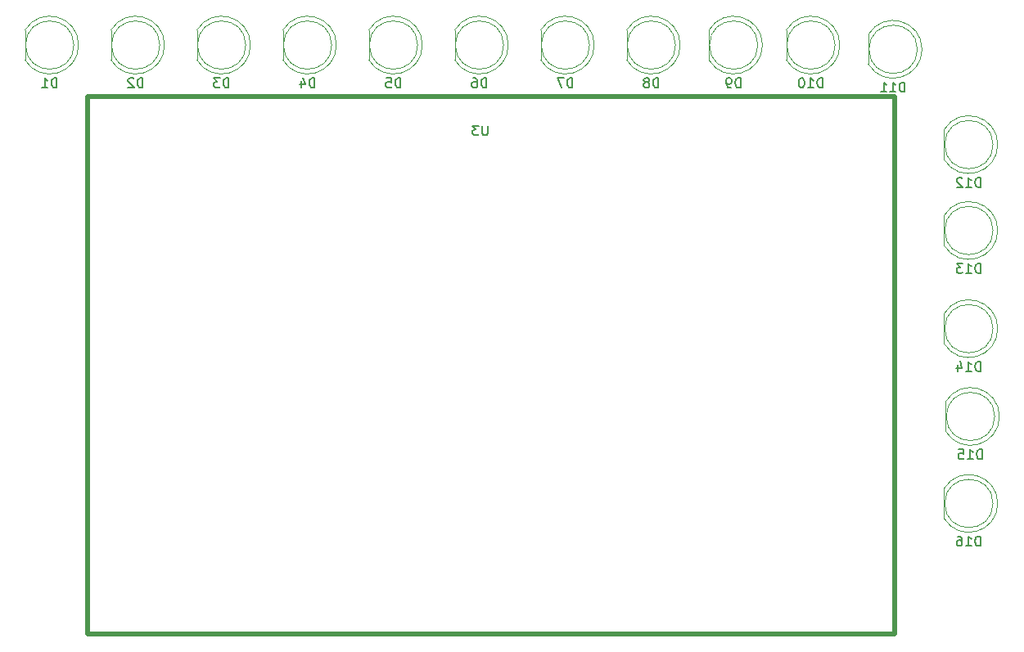
<source format=gbr>
G04 #@! TF.GenerationSoftware,KiCad,Pcbnew,(5.0.2)-1*
G04 #@! TF.CreationDate,2019-03-12T15:58:17+02:00*
G04 #@! TF.ProjectId,ev19dashboardv1,65763139-6461-4736-9862-6f6172647631,rev?*
G04 #@! TF.SameCoordinates,Original*
G04 #@! TF.FileFunction,Legend,Bot*
G04 #@! TF.FilePolarity,Positive*
%FSLAX46Y46*%
G04 Gerber Fmt 4.6, Leading zero omitted, Abs format (unit mm)*
G04 Created by KiCad (PCBNEW (5.0.2)-1) date 3/12/2019 3:58:17 PM*
%MOMM*%
%LPD*%
G01*
G04 APERTURE LIST*
%ADD10C,0.500000*%
%ADD11C,0.120000*%
%ADD12C,0.150000*%
G04 APERTURE END LIST*
D10*
G04 #@! TO.C,U3*
X107950000Y-96520000D02*
X191440000Y-96520000D01*
X191440000Y-96520000D02*
X191440000Y-40890000D01*
X191440000Y-40890000D02*
X107950000Y-40890000D01*
X107950000Y-40890000D02*
X107950000Y-96520000D01*
D11*
G04 #@! TO.C,D1*
X101470000Y-37105000D02*
X101470000Y-34015000D01*
X106530000Y-35560000D02*
G75*
G03X106530000Y-35560000I-2500000J0D01*
G01*
X107020000Y-35560462D02*
G75*
G03X101470000Y-34015170I-2990000J462D01*
G01*
X107020000Y-35559538D02*
G75*
G02X101470000Y-37104830I-2990000J-462D01*
G01*
G04 #@! TO.C,D2*
X110360000Y-37105000D02*
X110360000Y-34015000D01*
X115420000Y-35560000D02*
G75*
G03X115420000Y-35560000I-2500000J0D01*
G01*
X115910000Y-35560462D02*
G75*
G03X110360000Y-34015170I-2990000J462D01*
G01*
X115910000Y-35559538D02*
G75*
G02X110360000Y-37104830I-2990000J-462D01*
G01*
G04 #@! TO.C,D3*
X119250000Y-37105000D02*
X119250000Y-34015000D01*
X124310000Y-35560000D02*
G75*
G03X124310000Y-35560000I-2500000J0D01*
G01*
X124800000Y-35560462D02*
G75*
G03X119250000Y-34015170I-2990000J462D01*
G01*
X124800000Y-35559538D02*
G75*
G02X119250000Y-37104830I-2990000J-462D01*
G01*
G04 #@! TO.C,D4*
X128140000Y-37105000D02*
X128140000Y-34015000D01*
X133200000Y-35560000D02*
G75*
G03X133200000Y-35560000I-2500000J0D01*
G01*
X133690000Y-35560462D02*
G75*
G03X128140000Y-34015170I-2990000J462D01*
G01*
X133690000Y-35559538D02*
G75*
G02X128140000Y-37104830I-2990000J-462D01*
G01*
G04 #@! TO.C,D5*
X137030000Y-37105000D02*
X137030000Y-34015000D01*
X142090000Y-35560000D02*
G75*
G03X142090000Y-35560000I-2500000J0D01*
G01*
X142580000Y-35560462D02*
G75*
G03X137030000Y-34015170I-2990000J462D01*
G01*
X142580000Y-35559538D02*
G75*
G02X137030000Y-37104830I-2990000J-462D01*
G01*
G04 #@! TO.C,D6*
X145920000Y-37105000D02*
X145920000Y-34015000D01*
X150980000Y-35560000D02*
G75*
G03X150980000Y-35560000I-2500000J0D01*
G01*
X151470000Y-35560462D02*
G75*
G03X145920000Y-34015170I-2990000J462D01*
G01*
X151470000Y-35559538D02*
G75*
G02X145920000Y-37104830I-2990000J-462D01*
G01*
G04 #@! TO.C,D7*
X154810000Y-37105000D02*
X154810000Y-34015000D01*
X159870000Y-35560000D02*
G75*
G03X159870000Y-35560000I-2500000J0D01*
G01*
X160360000Y-35560462D02*
G75*
G03X154810000Y-34015170I-2990000J462D01*
G01*
X160360000Y-35559538D02*
G75*
G02X154810000Y-37104830I-2990000J-462D01*
G01*
G04 #@! TO.C,D8*
X163700000Y-37105000D02*
X163700000Y-34015000D01*
X168760000Y-35560000D02*
G75*
G03X168760000Y-35560000I-2500000J0D01*
G01*
X169250000Y-35560462D02*
G75*
G03X163700000Y-34015170I-2990000J462D01*
G01*
X169250000Y-35559538D02*
G75*
G02X163700000Y-37104830I-2990000J-462D01*
G01*
G04 #@! TO.C,D9*
X172210000Y-37105000D02*
X172210000Y-34015000D01*
X177270000Y-35560000D02*
G75*
G03X177270000Y-35560000I-2500000J0D01*
G01*
X177760000Y-35560462D02*
G75*
G03X172210000Y-34015170I-2990000J462D01*
G01*
X177760000Y-35559538D02*
G75*
G02X172210000Y-37104830I-2990000J-462D01*
G01*
G04 #@! TO.C,D10*
X180210000Y-37105000D02*
X180210000Y-34015000D01*
X185270000Y-35560000D02*
G75*
G03X185270000Y-35560000I-2500000J0D01*
G01*
X185760000Y-35560462D02*
G75*
G03X180210000Y-34015170I-2990000J462D01*
G01*
X185760000Y-35559538D02*
G75*
G02X180210000Y-37104830I-2990000J-462D01*
G01*
G04 #@! TO.C,D11*
X188710000Y-37545000D02*
X188710000Y-34455000D01*
X193770000Y-36000000D02*
G75*
G03X193770000Y-36000000I-2500000J0D01*
G01*
X194260000Y-36000462D02*
G75*
G03X188710000Y-34455170I-2990000J462D01*
G01*
X194260000Y-35999538D02*
G75*
G02X188710000Y-37544830I-2990000J-462D01*
G01*
G04 #@! TO.C,D12*
X196540000Y-47405000D02*
X196540000Y-44315000D01*
X201600000Y-45860000D02*
G75*
G03X201600000Y-45860000I-2500000J0D01*
G01*
X202090000Y-45860462D02*
G75*
G03X196540000Y-44315170I-2990000J462D01*
G01*
X202090000Y-45859538D02*
G75*
G02X196540000Y-47404830I-2990000J-462D01*
G01*
G04 #@! TO.C,D13*
X196540000Y-56295000D02*
X196540000Y-53205000D01*
X201600000Y-54750000D02*
G75*
G03X201600000Y-54750000I-2500000J0D01*
G01*
X202090000Y-54750462D02*
G75*
G03X196540000Y-53205170I-2990000J462D01*
G01*
X202090000Y-54749538D02*
G75*
G02X196540000Y-56294830I-2990000J-462D01*
G01*
G04 #@! TO.C,D14*
X196540000Y-66455000D02*
X196540000Y-63365000D01*
X201600000Y-64910000D02*
G75*
G03X201600000Y-64910000I-2500000J0D01*
G01*
X202090000Y-64910462D02*
G75*
G03X196540000Y-63365170I-2990000J462D01*
G01*
X202090000Y-64909538D02*
G75*
G02X196540000Y-66454830I-2990000J-462D01*
G01*
G04 #@! TO.C,D15*
X196710000Y-75545000D02*
X196710000Y-72455000D01*
X201770000Y-74000000D02*
G75*
G03X201770000Y-74000000I-2500000J0D01*
G01*
X202260000Y-74000462D02*
G75*
G03X196710000Y-72455170I-2990000J462D01*
G01*
X202260000Y-73999538D02*
G75*
G02X196710000Y-75544830I-2990000J-462D01*
G01*
G04 #@! TO.C,D16*
X196540000Y-84545000D02*
X196540000Y-81455000D01*
X201600000Y-83000000D02*
G75*
G03X201600000Y-83000000I-2500000J0D01*
G01*
X202090000Y-83000462D02*
G75*
G03X196540000Y-81455170I-2990000J462D01*
G01*
X202090000Y-82999538D02*
G75*
G02X196540000Y-84544830I-2990000J-462D01*
G01*
G04 #@! TO.C,U3*
D12*
X149351904Y-43902380D02*
X149351904Y-44711904D01*
X149304285Y-44807142D01*
X149256666Y-44854761D01*
X149161428Y-44902380D01*
X148970952Y-44902380D01*
X148875714Y-44854761D01*
X148828095Y-44807142D01*
X148780476Y-44711904D01*
X148780476Y-43902380D01*
X148399523Y-43902380D02*
X147780476Y-43902380D01*
X148113809Y-44283333D01*
X147970952Y-44283333D01*
X147875714Y-44330952D01*
X147828095Y-44378571D01*
X147780476Y-44473809D01*
X147780476Y-44711904D01*
X147828095Y-44807142D01*
X147875714Y-44854761D01*
X147970952Y-44902380D01*
X148256666Y-44902380D01*
X148351904Y-44854761D01*
X148399523Y-44807142D01*
G04 #@! TO.C,D1*
X104768095Y-39972380D02*
X104768095Y-38972380D01*
X104530000Y-38972380D01*
X104387142Y-39020000D01*
X104291904Y-39115238D01*
X104244285Y-39210476D01*
X104196666Y-39400952D01*
X104196666Y-39543809D01*
X104244285Y-39734285D01*
X104291904Y-39829523D01*
X104387142Y-39924761D01*
X104530000Y-39972380D01*
X104768095Y-39972380D01*
X103244285Y-39972380D02*
X103815714Y-39972380D01*
X103530000Y-39972380D02*
X103530000Y-38972380D01*
X103625238Y-39115238D01*
X103720476Y-39210476D01*
X103815714Y-39258095D01*
G04 #@! TO.C,D2*
X113658095Y-39972380D02*
X113658095Y-38972380D01*
X113420000Y-38972380D01*
X113277142Y-39020000D01*
X113181904Y-39115238D01*
X113134285Y-39210476D01*
X113086666Y-39400952D01*
X113086666Y-39543809D01*
X113134285Y-39734285D01*
X113181904Y-39829523D01*
X113277142Y-39924761D01*
X113420000Y-39972380D01*
X113658095Y-39972380D01*
X112705714Y-39067619D02*
X112658095Y-39020000D01*
X112562857Y-38972380D01*
X112324761Y-38972380D01*
X112229523Y-39020000D01*
X112181904Y-39067619D01*
X112134285Y-39162857D01*
X112134285Y-39258095D01*
X112181904Y-39400952D01*
X112753333Y-39972380D01*
X112134285Y-39972380D01*
G04 #@! TO.C,D3*
X122548095Y-39972380D02*
X122548095Y-38972380D01*
X122310000Y-38972380D01*
X122167142Y-39020000D01*
X122071904Y-39115238D01*
X122024285Y-39210476D01*
X121976666Y-39400952D01*
X121976666Y-39543809D01*
X122024285Y-39734285D01*
X122071904Y-39829523D01*
X122167142Y-39924761D01*
X122310000Y-39972380D01*
X122548095Y-39972380D01*
X121643333Y-38972380D02*
X121024285Y-38972380D01*
X121357619Y-39353333D01*
X121214761Y-39353333D01*
X121119523Y-39400952D01*
X121071904Y-39448571D01*
X121024285Y-39543809D01*
X121024285Y-39781904D01*
X121071904Y-39877142D01*
X121119523Y-39924761D01*
X121214761Y-39972380D01*
X121500476Y-39972380D01*
X121595714Y-39924761D01*
X121643333Y-39877142D01*
G04 #@! TO.C,D4*
X131438095Y-39972380D02*
X131438095Y-38972380D01*
X131200000Y-38972380D01*
X131057142Y-39020000D01*
X130961904Y-39115238D01*
X130914285Y-39210476D01*
X130866666Y-39400952D01*
X130866666Y-39543809D01*
X130914285Y-39734285D01*
X130961904Y-39829523D01*
X131057142Y-39924761D01*
X131200000Y-39972380D01*
X131438095Y-39972380D01*
X130009523Y-39305714D02*
X130009523Y-39972380D01*
X130247619Y-38924761D02*
X130485714Y-39639047D01*
X129866666Y-39639047D01*
G04 #@! TO.C,D5*
X140328095Y-39972380D02*
X140328095Y-38972380D01*
X140090000Y-38972380D01*
X139947142Y-39020000D01*
X139851904Y-39115238D01*
X139804285Y-39210476D01*
X139756666Y-39400952D01*
X139756666Y-39543809D01*
X139804285Y-39734285D01*
X139851904Y-39829523D01*
X139947142Y-39924761D01*
X140090000Y-39972380D01*
X140328095Y-39972380D01*
X138851904Y-38972380D02*
X139328095Y-38972380D01*
X139375714Y-39448571D01*
X139328095Y-39400952D01*
X139232857Y-39353333D01*
X138994761Y-39353333D01*
X138899523Y-39400952D01*
X138851904Y-39448571D01*
X138804285Y-39543809D01*
X138804285Y-39781904D01*
X138851904Y-39877142D01*
X138899523Y-39924761D01*
X138994761Y-39972380D01*
X139232857Y-39972380D01*
X139328095Y-39924761D01*
X139375714Y-39877142D01*
G04 #@! TO.C,D6*
X149218095Y-39972380D02*
X149218095Y-38972380D01*
X148980000Y-38972380D01*
X148837142Y-39020000D01*
X148741904Y-39115238D01*
X148694285Y-39210476D01*
X148646666Y-39400952D01*
X148646666Y-39543809D01*
X148694285Y-39734285D01*
X148741904Y-39829523D01*
X148837142Y-39924761D01*
X148980000Y-39972380D01*
X149218095Y-39972380D01*
X147789523Y-38972380D02*
X147980000Y-38972380D01*
X148075238Y-39020000D01*
X148122857Y-39067619D01*
X148218095Y-39210476D01*
X148265714Y-39400952D01*
X148265714Y-39781904D01*
X148218095Y-39877142D01*
X148170476Y-39924761D01*
X148075238Y-39972380D01*
X147884761Y-39972380D01*
X147789523Y-39924761D01*
X147741904Y-39877142D01*
X147694285Y-39781904D01*
X147694285Y-39543809D01*
X147741904Y-39448571D01*
X147789523Y-39400952D01*
X147884761Y-39353333D01*
X148075238Y-39353333D01*
X148170476Y-39400952D01*
X148218095Y-39448571D01*
X148265714Y-39543809D01*
G04 #@! TO.C,D7*
X158108095Y-39972380D02*
X158108095Y-38972380D01*
X157870000Y-38972380D01*
X157727142Y-39020000D01*
X157631904Y-39115238D01*
X157584285Y-39210476D01*
X157536666Y-39400952D01*
X157536666Y-39543809D01*
X157584285Y-39734285D01*
X157631904Y-39829523D01*
X157727142Y-39924761D01*
X157870000Y-39972380D01*
X158108095Y-39972380D01*
X157203333Y-38972380D02*
X156536666Y-38972380D01*
X156965238Y-39972380D01*
G04 #@! TO.C,D8*
X166998095Y-39972380D02*
X166998095Y-38972380D01*
X166760000Y-38972380D01*
X166617142Y-39020000D01*
X166521904Y-39115238D01*
X166474285Y-39210476D01*
X166426666Y-39400952D01*
X166426666Y-39543809D01*
X166474285Y-39734285D01*
X166521904Y-39829523D01*
X166617142Y-39924761D01*
X166760000Y-39972380D01*
X166998095Y-39972380D01*
X165855238Y-39400952D02*
X165950476Y-39353333D01*
X165998095Y-39305714D01*
X166045714Y-39210476D01*
X166045714Y-39162857D01*
X165998095Y-39067619D01*
X165950476Y-39020000D01*
X165855238Y-38972380D01*
X165664761Y-38972380D01*
X165569523Y-39020000D01*
X165521904Y-39067619D01*
X165474285Y-39162857D01*
X165474285Y-39210476D01*
X165521904Y-39305714D01*
X165569523Y-39353333D01*
X165664761Y-39400952D01*
X165855238Y-39400952D01*
X165950476Y-39448571D01*
X165998095Y-39496190D01*
X166045714Y-39591428D01*
X166045714Y-39781904D01*
X165998095Y-39877142D01*
X165950476Y-39924761D01*
X165855238Y-39972380D01*
X165664761Y-39972380D01*
X165569523Y-39924761D01*
X165521904Y-39877142D01*
X165474285Y-39781904D01*
X165474285Y-39591428D01*
X165521904Y-39496190D01*
X165569523Y-39448571D01*
X165664761Y-39400952D01*
G04 #@! TO.C,D9*
X175508095Y-39972380D02*
X175508095Y-38972380D01*
X175270000Y-38972380D01*
X175127142Y-39020000D01*
X175031904Y-39115238D01*
X174984285Y-39210476D01*
X174936666Y-39400952D01*
X174936666Y-39543809D01*
X174984285Y-39734285D01*
X175031904Y-39829523D01*
X175127142Y-39924761D01*
X175270000Y-39972380D01*
X175508095Y-39972380D01*
X174460476Y-39972380D02*
X174270000Y-39972380D01*
X174174761Y-39924761D01*
X174127142Y-39877142D01*
X174031904Y-39734285D01*
X173984285Y-39543809D01*
X173984285Y-39162857D01*
X174031904Y-39067619D01*
X174079523Y-39020000D01*
X174174761Y-38972380D01*
X174365238Y-38972380D01*
X174460476Y-39020000D01*
X174508095Y-39067619D01*
X174555714Y-39162857D01*
X174555714Y-39400952D01*
X174508095Y-39496190D01*
X174460476Y-39543809D01*
X174365238Y-39591428D01*
X174174761Y-39591428D01*
X174079523Y-39543809D01*
X174031904Y-39496190D01*
X173984285Y-39400952D01*
G04 #@! TO.C,D10*
X183984285Y-39972380D02*
X183984285Y-38972380D01*
X183746190Y-38972380D01*
X183603333Y-39020000D01*
X183508095Y-39115238D01*
X183460476Y-39210476D01*
X183412857Y-39400952D01*
X183412857Y-39543809D01*
X183460476Y-39734285D01*
X183508095Y-39829523D01*
X183603333Y-39924761D01*
X183746190Y-39972380D01*
X183984285Y-39972380D01*
X182460476Y-39972380D02*
X183031904Y-39972380D01*
X182746190Y-39972380D02*
X182746190Y-38972380D01*
X182841428Y-39115238D01*
X182936666Y-39210476D01*
X183031904Y-39258095D01*
X181841428Y-38972380D02*
X181746190Y-38972380D01*
X181650952Y-39020000D01*
X181603333Y-39067619D01*
X181555714Y-39162857D01*
X181508095Y-39353333D01*
X181508095Y-39591428D01*
X181555714Y-39781904D01*
X181603333Y-39877142D01*
X181650952Y-39924761D01*
X181746190Y-39972380D01*
X181841428Y-39972380D01*
X181936666Y-39924761D01*
X181984285Y-39877142D01*
X182031904Y-39781904D01*
X182079523Y-39591428D01*
X182079523Y-39353333D01*
X182031904Y-39162857D01*
X181984285Y-39067619D01*
X181936666Y-39020000D01*
X181841428Y-38972380D01*
G04 #@! TO.C,D11*
X192484285Y-40412380D02*
X192484285Y-39412380D01*
X192246190Y-39412380D01*
X192103333Y-39460000D01*
X192008095Y-39555238D01*
X191960476Y-39650476D01*
X191912857Y-39840952D01*
X191912857Y-39983809D01*
X191960476Y-40174285D01*
X192008095Y-40269523D01*
X192103333Y-40364761D01*
X192246190Y-40412380D01*
X192484285Y-40412380D01*
X190960476Y-40412380D02*
X191531904Y-40412380D01*
X191246190Y-40412380D02*
X191246190Y-39412380D01*
X191341428Y-39555238D01*
X191436666Y-39650476D01*
X191531904Y-39698095D01*
X190008095Y-40412380D02*
X190579523Y-40412380D01*
X190293809Y-40412380D02*
X190293809Y-39412380D01*
X190389047Y-39555238D01*
X190484285Y-39650476D01*
X190579523Y-39698095D01*
G04 #@! TO.C,D12*
X200314285Y-50272380D02*
X200314285Y-49272380D01*
X200076190Y-49272380D01*
X199933333Y-49320000D01*
X199838095Y-49415238D01*
X199790476Y-49510476D01*
X199742857Y-49700952D01*
X199742857Y-49843809D01*
X199790476Y-50034285D01*
X199838095Y-50129523D01*
X199933333Y-50224761D01*
X200076190Y-50272380D01*
X200314285Y-50272380D01*
X198790476Y-50272380D02*
X199361904Y-50272380D01*
X199076190Y-50272380D02*
X199076190Y-49272380D01*
X199171428Y-49415238D01*
X199266666Y-49510476D01*
X199361904Y-49558095D01*
X198409523Y-49367619D02*
X198361904Y-49320000D01*
X198266666Y-49272380D01*
X198028571Y-49272380D01*
X197933333Y-49320000D01*
X197885714Y-49367619D01*
X197838095Y-49462857D01*
X197838095Y-49558095D01*
X197885714Y-49700952D01*
X198457142Y-50272380D01*
X197838095Y-50272380D01*
G04 #@! TO.C,D13*
X200314285Y-59162380D02*
X200314285Y-58162380D01*
X200076190Y-58162380D01*
X199933333Y-58210000D01*
X199838095Y-58305238D01*
X199790476Y-58400476D01*
X199742857Y-58590952D01*
X199742857Y-58733809D01*
X199790476Y-58924285D01*
X199838095Y-59019523D01*
X199933333Y-59114761D01*
X200076190Y-59162380D01*
X200314285Y-59162380D01*
X198790476Y-59162380D02*
X199361904Y-59162380D01*
X199076190Y-59162380D02*
X199076190Y-58162380D01*
X199171428Y-58305238D01*
X199266666Y-58400476D01*
X199361904Y-58448095D01*
X198457142Y-58162380D02*
X197838095Y-58162380D01*
X198171428Y-58543333D01*
X198028571Y-58543333D01*
X197933333Y-58590952D01*
X197885714Y-58638571D01*
X197838095Y-58733809D01*
X197838095Y-58971904D01*
X197885714Y-59067142D01*
X197933333Y-59114761D01*
X198028571Y-59162380D01*
X198314285Y-59162380D01*
X198409523Y-59114761D01*
X198457142Y-59067142D01*
G04 #@! TO.C,D14*
X200314285Y-69322380D02*
X200314285Y-68322380D01*
X200076190Y-68322380D01*
X199933333Y-68370000D01*
X199838095Y-68465238D01*
X199790476Y-68560476D01*
X199742857Y-68750952D01*
X199742857Y-68893809D01*
X199790476Y-69084285D01*
X199838095Y-69179523D01*
X199933333Y-69274761D01*
X200076190Y-69322380D01*
X200314285Y-69322380D01*
X198790476Y-69322380D02*
X199361904Y-69322380D01*
X199076190Y-69322380D02*
X199076190Y-68322380D01*
X199171428Y-68465238D01*
X199266666Y-68560476D01*
X199361904Y-68608095D01*
X197933333Y-68655714D02*
X197933333Y-69322380D01*
X198171428Y-68274761D02*
X198409523Y-68989047D01*
X197790476Y-68989047D01*
G04 #@! TO.C,D15*
X200484285Y-78412380D02*
X200484285Y-77412380D01*
X200246190Y-77412380D01*
X200103333Y-77460000D01*
X200008095Y-77555238D01*
X199960476Y-77650476D01*
X199912857Y-77840952D01*
X199912857Y-77983809D01*
X199960476Y-78174285D01*
X200008095Y-78269523D01*
X200103333Y-78364761D01*
X200246190Y-78412380D01*
X200484285Y-78412380D01*
X198960476Y-78412380D02*
X199531904Y-78412380D01*
X199246190Y-78412380D02*
X199246190Y-77412380D01*
X199341428Y-77555238D01*
X199436666Y-77650476D01*
X199531904Y-77698095D01*
X198055714Y-77412380D02*
X198531904Y-77412380D01*
X198579523Y-77888571D01*
X198531904Y-77840952D01*
X198436666Y-77793333D01*
X198198571Y-77793333D01*
X198103333Y-77840952D01*
X198055714Y-77888571D01*
X198008095Y-77983809D01*
X198008095Y-78221904D01*
X198055714Y-78317142D01*
X198103333Y-78364761D01*
X198198571Y-78412380D01*
X198436666Y-78412380D01*
X198531904Y-78364761D01*
X198579523Y-78317142D01*
G04 #@! TO.C,D16*
X200314285Y-87412380D02*
X200314285Y-86412380D01*
X200076190Y-86412380D01*
X199933333Y-86460000D01*
X199838095Y-86555238D01*
X199790476Y-86650476D01*
X199742857Y-86840952D01*
X199742857Y-86983809D01*
X199790476Y-87174285D01*
X199838095Y-87269523D01*
X199933333Y-87364761D01*
X200076190Y-87412380D01*
X200314285Y-87412380D01*
X198790476Y-87412380D02*
X199361904Y-87412380D01*
X199076190Y-87412380D02*
X199076190Y-86412380D01*
X199171428Y-86555238D01*
X199266666Y-86650476D01*
X199361904Y-86698095D01*
X197933333Y-86412380D02*
X198123809Y-86412380D01*
X198219047Y-86460000D01*
X198266666Y-86507619D01*
X198361904Y-86650476D01*
X198409523Y-86840952D01*
X198409523Y-87221904D01*
X198361904Y-87317142D01*
X198314285Y-87364761D01*
X198219047Y-87412380D01*
X198028571Y-87412380D01*
X197933333Y-87364761D01*
X197885714Y-87317142D01*
X197838095Y-87221904D01*
X197838095Y-86983809D01*
X197885714Y-86888571D01*
X197933333Y-86840952D01*
X198028571Y-86793333D01*
X198219047Y-86793333D01*
X198314285Y-86840952D01*
X198361904Y-86888571D01*
X198409523Y-86983809D01*
G04 #@! TD*
M02*

</source>
